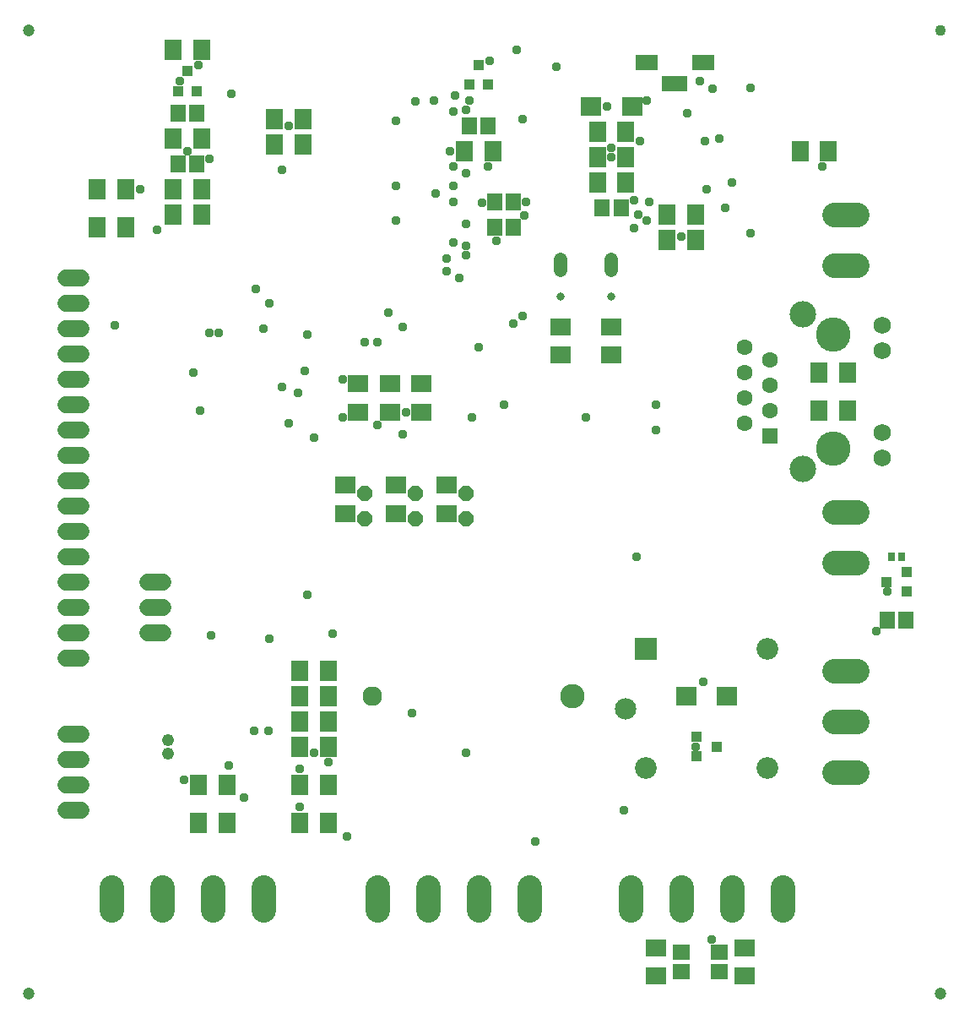
<source format=gbr>
G04 EAGLE Gerber RS-274X export*
G75*
%MOMM*%
%FSLAX34Y34*%
%LPD*%
%INSoldermask Bottom*%
%IPPOS*%
%AMOC8*
5,1,8,0,0,1.08239X$1,22.5*%
G01*
%ADD10C,1.203200*%
%ADD11C,1.103200*%
%ADD12C,1.958200*%
%ADD13C,2.453200*%
%ADD14R,1.803200X2.003200*%
%ADD15R,2.003200X1.803200*%
%ADD16R,2.003200X1.903200*%
%ADD17C,2.489200*%
%ADD18R,1.601200X1.601200*%
%ADD19C,1.601200*%
%ADD20C,1.733200*%
%ADD21C,2.648200*%
%ADD22C,3.453200*%
%ADD23R,2.271009X1.504012*%
%ADD24R,2.237781X1.505469*%
%ADD25R,2.505341X1.512391*%
%ADD26C,0.703200*%
%ADD27R,1.003200X1.103200*%
%ADD28C,1.320800*%
%ADD29R,1.103200X1.003200*%
%ADD30C,1.231200*%
%ADD31R,1.803200X2.006200*%
%ADD32R,1.503200X1.703200*%
%ADD33R,0.803200X0.903200*%
%ADD34R,1.703200X1.503200*%
%ADD35R,2.006200X1.803200*%
%ADD36R,2.183200X2.183200*%
%ADD37C,2.138200*%
%ADD38C,2.183200*%
%ADD39C,1.727200*%
%ADD40P,1.649562X8X292.500000*%
%ADD41C,0.803200*%
%ADD42C,0.959600*%


D10*
X19050Y19050D03*
X933450Y19050D03*
X19050Y984250D03*
D11*
X933450Y984250D03*
D12*
X363550Y317500D03*
D13*
X563550Y317500D03*
D14*
X115600Y787400D03*
X87600Y787400D03*
X455900Y863600D03*
X483900Y863600D03*
X191800Y876300D03*
X163800Y876300D03*
X318800Y342900D03*
X290800Y342900D03*
X318800Y317500D03*
X290800Y317500D03*
X687100Y774700D03*
X659100Y774700D03*
X687100Y800100D03*
X659100Y800100D03*
X293400Y895350D03*
X265400Y895350D03*
X293400Y869950D03*
X265400Y869950D03*
D15*
X736600Y36800D03*
X736600Y64800D03*
D14*
X191800Y800100D03*
X163800Y800100D03*
X191800Y825500D03*
X163800Y825500D03*
X115600Y825500D03*
X87600Y825500D03*
D15*
X603250Y687100D03*
X603250Y659100D03*
X552450Y687100D03*
X552450Y659100D03*
D14*
X191800Y965200D03*
X163800Y965200D03*
D16*
X623750Y908050D03*
X582750Y908050D03*
D17*
X826770Y501650D02*
X849630Y501650D01*
X849630Y450850D02*
X826770Y450850D01*
D18*
X762000Y577800D03*
D19*
X736600Y590500D03*
X762000Y603200D03*
X736600Y615900D03*
X762000Y628600D03*
X736600Y641300D03*
X762000Y654000D03*
X736600Y666700D03*
D20*
X874500Y556050D03*
X874500Y581450D03*
X874500Y688550D03*
X874500Y663150D03*
D21*
X795000Y544850D03*
X795000Y699750D03*
D22*
X825500Y679450D03*
X825500Y565150D03*
D17*
X254000Y125730D02*
X254000Y102870D01*
X203200Y102870D02*
X203200Y125730D01*
X152400Y125730D02*
X152400Y102870D01*
X101600Y102870D02*
X101600Y125730D01*
D23*
X638645Y952480D03*
D24*
X694811Y952473D03*
D25*
X666723Y930938D03*
D26*
X638750Y952500D03*
X694750Y952500D03*
X666750Y931000D03*
D17*
X826770Y800100D02*
X849630Y800100D01*
X849630Y749300D02*
X826770Y749300D01*
X774700Y125730D02*
X774700Y102870D01*
X723900Y102870D02*
X723900Y125730D01*
X673100Y125730D02*
X673100Y102870D01*
X622300Y102870D02*
X622300Y125730D01*
D27*
X177800Y943450D03*
X187300Y923450D03*
X168300Y923450D03*
X469900Y949800D03*
X479400Y929800D03*
X460400Y929800D03*
D28*
X552450Y754888D02*
X552450Y743712D01*
X603250Y743712D02*
X603250Y754888D01*
D29*
X708500Y266700D03*
X688500Y257200D03*
X688500Y276200D03*
D30*
X158750Y273470D03*
X158750Y259930D03*
D29*
X879000Y431800D03*
X899000Y441300D03*
X899000Y422300D03*
D31*
X589030Y882650D03*
X617470Y882650D03*
D32*
X504800Y812800D03*
X485800Y812800D03*
X187300Y850900D03*
X168300Y850900D03*
X504800Y787400D03*
X485800Y787400D03*
D31*
X290580Y190500D03*
X319020Y190500D03*
X290580Y228600D03*
X319020Y228600D03*
X290580Y292100D03*
X319020Y292100D03*
X319020Y266700D03*
X290580Y266700D03*
X217420Y190500D03*
X188980Y190500D03*
X792230Y863600D03*
X820670Y863600D03*
X217420Y228600D03*
X188980Y228600D03*
D32*
X479400Y889000D03*
X460400Y889000D03*
X898500Y393700D03*
X879500Y393700D03*
X612750Y806450D03*
X593750Y806450D03*
D31*
X617470Y857250D03*
X589030Y857250D03*
X617470Y831850D03*
X589030Y831850D03*
D33*
X894000Y457200D03*
X884000Y457200D03*
D34*
X673100Y60300D03*
X673100Y41300D03*
X711200Y60300D03*
X711200Y41300D03*
D35*
X647700Y36580D03*
X647700Y65020D03*
X336550Y528570D03*
X336550Y500130D03*
X387350Y528570D03*
X387350Y500130D03*
X438150Y528570D03*
X438150Y500130D03*
X349250Y601730D03*
X349250Y630170D03*
X381000Y601730D03*
X381000Y630170D03*
X412750Y601730D03*
X412750Y630170D03*
D32*
X187300Y901700D03*
X168300Y901700D03*
D31*
X839720Y641350D03*
X811280Y641350D03*
X839720Y603250D03*
X811280Y603250D03*
D36*
X637500Y364800D03*
D37*
X617500Y304800D03*
D38*
X637500Y244800D03*
X759500Y244800D03*
X759500Y364800D03*
D17*
X826770Y342900D02*
X849630Y342900D01*
X849630Y292100D02*
X826770Y292100D01*
X826770Y241300D02*
X849630Y241300D01*
D39*
X71120Y203200D02*
X55880Y203200D01*
X55880Y228600D02*
X71120Y228600D01*
X71120Y254000D02*
X55880Y254000D01*
X55880Y279400D02*
X71120Y279400D01*
D17*
X520700Y125730D02*
X520700Y102870D01*
X469900Y102870D02*
X469900Y125730D01*
X419100Y125730D02*
X419100Y102870D01*
X368300Y102870D02*
X368300Y125730D01*
D39*
X71120Y736600D02*
X55880Y736600D01*
X55880Y711200D02*
X71120Y711200D01*
X71120Y685800D02*
X55880Y685800D01*
X55880Y660400D02*
X71120Y660400D01*
X71120Y635000D02*
X55880Y635000D01*
X55880Y609600D02*
X71120Y609600D01*
X71120Y584200D02*
X55880Y584200D01*
X55880Y558800D02*
X71120Y558800D01*
X71120Y533400D02*
X55880Y533400D01*
X55880Y508000D02*
X71120Y508000D01*
X71120Y482600D02*
X55880Y482600D01*
X55880Y457200D02*
X71120Y457200D01*
X71120Y431800D02*
X55880Y431800D01*
X55880Y406400D02*
X71120Y406400D01*
X71120Y381000D02*
X55880Y381000D01*
X55880Y355600D02*
X71120Y355600D01*
D16*
X678000Y317500D03*
X719000Y317500D03*
D40*
X355600Y520700D03*
X355600Y495300D03*
X406400Y520700D03*
X406400Y495300D03*
X457200Y520700D03*
X457200Y495300D03*
D39*
X153670Y431800D02*
X138430Y431800D01*
X138430Y406400D02*
X153670Y406400D01*
X153670Y381000D02*
X138430Y381000D01*
D41*
X603250Y717550D03*
X552450Y717550D03*
D42*
X147638Y784225D03*
X319088Y250825D03*
X333375Y635000D03*
X201613Y377825D03*
X598488Y908050D03*
X868363Y382588D03*
X338138Y176213D03*
X628650Y457200D03*
X190500Y603250D03*
X260350Y711200D03*
X514350Y895350D03*
X495300Y609600D03*
X514350Y698500D03*
X577850Y596900D03*
X469900Y666750D03*
X742950Y927100D03*
X222250Y920750D03*
X463550Y596900D03*
X508000Y965200D03*
X260350Y374650D03*
X184150Y641350D03*
X298450Y679450D03*
X647700Y584200D03*
X647700Y609600D03*
X234950Y215900D03*
X692150Y933450D03*
X742950Y781050D03*
X641350Y812800D03*
X717550Y806450D03*
X698500Y825500D03*
X711200Y876300D03*
X425450Y914400D03*
X273050Y844550D03*
X298450Y419100D03*
X457200Y260350D03*
X615950Y203200D03*
X527050Y171450D03*
X279400Y889000D03*
X130175Y825500D03*
X177800Y863600D03*
X603250Y866775D03*
X517525Y812800D03*
X673100Y777875D03*
X188913Y949325D03*
X200025Y855663D03*
X703263Y73025D03*
X387350Y793750D03*
X450850Y736600D03*
X879475Y422275D03*
X104775Y688975D03*
X290513Y244475D03*
X258763Y282575D03*
X638175Y793750D03*
X625475Y785813D03*
X457200Y841375D03*
X444500Y847725D03*
X630238Y800100D03*
X444500Y828675D03*
X441325Y863600D03*
X625475Y814388D03*
X169863Y933450D03*
X547688Y947738D03*
X723900Y831850D03*
X481013Y954088D03*
X696913Y873125D03*
X679450Y901700D03*
X704850Y925513D03*
X638175Y914400D03*
X814388Y847725D03*
X603250Y857250D03*
X631825Y873125D03*
X457200Y790575D03*
X427038Y820738D03*
X304800Y260350D03*
X244475Y282575D03*
X219075Y247650D03*
X174625Y233363D03*
X200025Y681038D03*
X304800Y576263D03*
X323850Y379413D03*
X403225Y300038D03*
X209550Y681038D03*
X393700Y579438D03*
X695325Y331788D03*
X444500Y812800D03*
X473075Y811213D03*
X290513Y206375D03*
X355600Y671513D03*
X368300Y671513D03*
X333375Y596900D03*
X368300Y588963D03*
X396875Y601663D03*
X504825Y690563D03*
X515938Y798513D03*
X457200Y904875D03*
X444500Y903288D03*
X457200Y768350D03*
X387350Y828675D03*
X387350Y893763D03*
X406400Y912813D03*
X438150Y742950D03*
X457200Y758825D03*
X444500Y771525D03*
X687388Y266700D03*
X393700Y687388D03*
X379413Y701675D03*
X460375Y914400D03*
X446088Y919163D03*
X295275Y642938D03*
X273050Y627063D03*
X254000Y685800D03*
X479425Y847725D03*
X246063Y725488D03*
X487363Y773113D03*
X438150Y755650D03*
X288925Y620713D03*
X279400Y590550D03*
M02*

</source>
